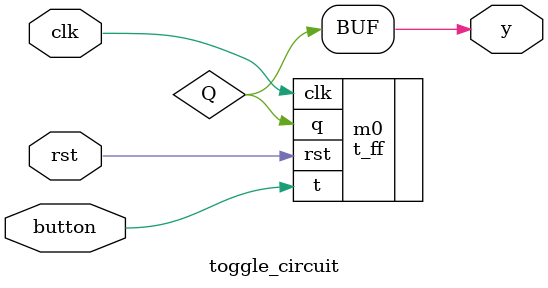
<source format=v>

module toggle_circuit (input button, clk, rst, output y);

wire Q;

t_ff m0(.t(button), .clk(clk), .rst(rst), .q(Q));

assign y = Q;

endmodule
</source>
